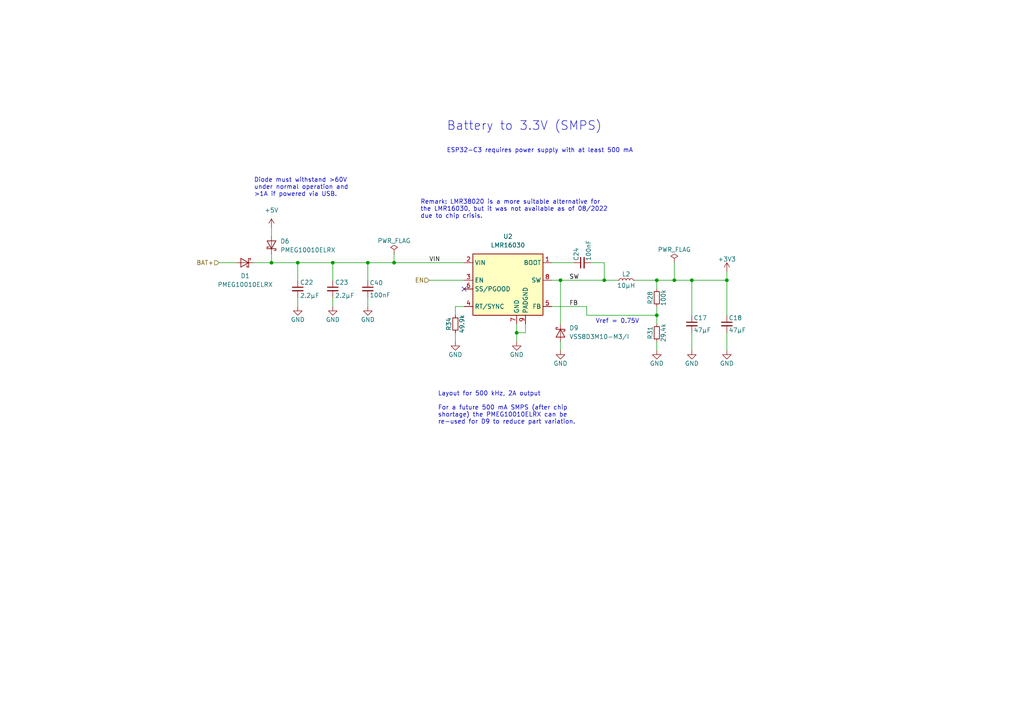
<source format=kicad_sch>
(kicad_sch (version 20211123) (generator eeschema)
  (paper "A4")
  (title_block (title "Libre Solar BMS C1") (date "2022-11-07") (rev "0.3.2") (company "Libre Solar Technologies GmbH") (comment 1 "Website: https://libre.solar") (comment 2 "Author: Martin Jäger") (comment 3 "License: CERN-OHL-W"))
  (lib_symbols
    (symbol "Device:L_Small" (pin_numbers hide) (pin_names (offset 0.254) hide)
      (property "Reference" "L" (at 0.762 1.016 0))
      (property "Value" "L_Small" (at 0.762 -1.016 0))
      (symbol "L_Small_0_1"
        (arc (start 0 -2.032) (mid 0.508 -1.524) (end 0 -1.016))
        (arc (start 0 -1.016) (mid 0.508 -0.508) (end 0 0))
        (arc (start 0 0) (mid 0.508 0.508) (end 0 1.016))
        (arc (start 0 1.016) (mid 0.508 1.524) (end 0 2.032))
      )
      (symbol "L_Small_1_1"
        (pin passive line (at 0 2.54 270) (length 0.508) (name "~") (number "1"))
        (pin passive line (at 0 -2.54 90) (length 0.508) (name "~") (number "2"))
      )
    )
    (symbol "LibreSolar:C" (pin_numbers hide) (pin_names (offset 0.254) hide)
      (property "Reference" "C" (at 0.635 1.905 0))
      (property "Value" "C" (at 0.635 -1.905 0))
      (symbol "C_0_1"
        (polyline (pts (xy -1.524 -0.508) (xy 1.524 -0.508)) (stroke (width 0.3302)))
        (polyline (pts (xy -1.524 0.508) (xy 0 0.508) (xy 1.524 0.508)) (stroke (width 0.3048)))
      )
      (symbol "C_1_1"
        (pin passive line (at 0 2.54 270) (length 1.905) (name "~") (number "1"))
        (pin passive line (at 0 -2.54 90) (length 2.032) (name "~") (number "2"))
      )
    )
    (symbol "LibreSolar:D_Schottky" (pin_numbers hide) (pin_names (offset 0.254) hide)
      (property "Reference" "D" (at 0 2.54 0))
      (property "Value" "D_Schottky" (at 0 -2.54 0))
      (symbol "D_Schottky_0_1"
        (polyline (pts (xy -1.016 -1.27) (xy -1.016 1.27)) (stroke (width 0.2032)))
        (polyline (pts (xy 1.27 0) (xy -1.27 0)))
        (polyline (pts (xy -1.016 -1.27) (xy -1.524 -1.27) (xy -1.524 -0.762)) (stroke (width 0.2032)))
        (polyline (pts (xy -1.016 1.27) (xy -0.508 1.27) (xy -0.508 0.762)) (stroke (width 0.2032)))
        (polyline (pts (xy 1.27 -1.27) (xy -1.016 0) (xy 1.27 1.27) (xy 1.27 -1.27)) (stroke (width 0.2032)))
      )
      (symbol "D_Schottky_1_1"
        (pin passive line (at -2.54 0 0) (length 1.27) (name "K") (number "1"))
        (pin passive line (at 2.54 0 180) (length 1.27) (name "A") (number "2"))
      )
    )
    (symbol "LibreSolar:LMR16030"
      (property "Reference" "U" (at -10.16 8.89 0))
      (property "Value" "LMR16030" (at 10.16 8.89 0))
      (symbol "LMR16030_0_1"
        (rectangle (start -10.16 7.62) (end 10.16 -10.16) (stroke (width 0.254)) (fill (type background)))
      )
      (symbol "LMR16030_1_1"
        (pin input line (at 12.7 5.08 180) (length 2.54) (name "BOOT") (number "1"))
        (pin power_in line (at -12.7 5.08 0) (length 2.54) (name "VIN") (number "2"))
        (pin input line (at -12.7 0 0) (length 2.54) (name "EN") (number "3"))
        (pin input line (at -12.7 -7.62 0) (length 2.54) (name "RT/SYNC") (number "4"))
        (pin input line (at 12.7 -7.62 180) (length 2.54) (name "FB") (number "5"))
        (pin output line (at -12.7 -2.54 0) (length 2.54) (name "SS/PGOOD") (number "6"))
        (pin power_in line (at 2.54 -12.7 90) (length 2.54) (name "GND") (number "7"))
        (pin power_out line (at 12.7 0 180) (length 2.54) (name "SW") (number "8"))
        (pin power_in line (at 5.08 -12.7 90) (length 2.54) (name "PADGND") (number "9"))
      )
    )
    (symbol "LibreSolar:R" (pin_numbers hide) (pin_names (offset 0.254) hide)
      (property "Reference" "R" (at -1.905 0 90))
      (property "Value" "R" (at 1.905 0 90))
      (symbol "R_0_1"
        (rectangle (start -0.762 1.778) (end 0.762 -1.778) (stroke (width 0.2032)))
      )
      (symbol "R_1_1"
        (pin passive line (at 0 2.54 270) (length 0.762) (name "~") (number "1"))
        (pin passive line (at 0 -2.54 90) (length 0.762) (name "~") (number "2"))
      )
    )
    (symbol "power:+3.3V" (power) (pin_names (offset 0))
      (property "Value" "+3.3V" (at 0 3.556 0))
      (symbol "+3.3V_0_1"
        (polyline (pts (xy -0.762 1.27) (xy 0 2.54)))
        (polyline (pts (xy 0 0) (xy 0 2.54)))
        (polyline (pts (xy 0 2.54) (xy 0.762 1.27)))
      )
      (symbol "+3.3V_1_1"
        (pin power_in line (at 0 0 90) (length 0) hide (name "+3V3") (number "1"))
      )
    )
    (symbol "power:+5V" (power) (pin_names (offset 0))
      (property "Value" "+5V" (at 0 3.556 0))
      (symbol "+5V_0_1"
        (polyline (pts (xy -0.762 1.27) (xy 0 2.54)))
        (polyline (pts (xy 0 0) (xy 0 2.54)))
        (polyline (pts (xy 0 2.54) (xy 0.762 1.27)))
      )
      (symbol "+5V_1_1"
        (pin power_in line (at 0 0 90) (length 0) hide (name "+5V") (number "1"))
      )
    )
    (symbol "power:GND" (power) (pin_names (offset 0))
      (property "Value" "GND" (at 0 -3.81 0))
      (symbol "GND_0_1"
        (polyline (pts (xy 0 0) (xy 0 -1.27) (xy 1.27 -1.27) (xy 0 -2.54) (xy -1.27 -1.27) (xy 0 -1.27)))
      )
      (symbol "GND_1_1"
        (pin power_in line (at 0 0 270) (length 0) hide (name "GND") (number "1"))
      )
    )
    (symbol "power:PWR_FLAG" (power) (pin_numbers hide) (pin_names (offset 0) hide)
      (property "Value" "PWR_FLAG" (at 0 3.81 0))
      (symbol "PWR_FLAG_0_0"
        (pin power_out line (at 0 0 90) (length 0) (name "pwr") (number "1"))
      )
      (symbol "PWR_FLAG_0_1"
        (polyline (pts (xy 0 0) (xy 0 1.27) (xy -1.016 1.905) (xy 0 2.54) (xy 1.016 1.905) (xy 0 1.27)))
      )
    )
  )
  (junction (at 149.86 96.52))
  (junction (at 106.68 76.2))
  (junction (at 190.5 81.28) (diameter 0.9144))
  (junction (at 86.36 76.2) (diameter 0.9144))
  (junction (at 195.58 81.28))
  (junction (at 210.82 81.28) (diameter 0.9144))
  (junction (at 96.52 76.2) (diameter 0.9144))
  (junction (at 78.74 76.2))
  (junction (at 162.56 81.28))
  (junction (at 175.26 81.28) (diameter 0.9144))
  (junction (at 190.5 91.44) (diameter 0.9144))
  (junction (at 200.66 81.28) (diameter 0.9144))
  (junction (at 114.3 76.2) (diameter 0.9144))
  (no_connect (at 134.62 83.82))
  (wire (pts (xy 162.56 81.28) (xy 175.26 81.28)))
  (wire (pts (xy 184.15 81.28) (xy 190.5 81.28)))
  (wire (pts (xy 210.82 81.28) (xy 210.82 91.44)))
  (wire (pts (xy 162.56 99.06) (xy 162.56 101.6)))
  (wire (pts (xy 170.18 88.9) (xy 170.18 91.44)))
  (wire (pts (xy 86.36 76.2) (xy 86.36 81.28)))
  (wire (pts (xy 190.5 88.9) (xy 190.5 91.44)))
  (wire (pts (xy 200.66 81.28) (xy 210.82 81.28)))
  (wire (pts (xy 86.36 88.9) (xy 86.36 86.36)))
  (wire (pts (xy 78.74 73.66) (xy 78.74 76.2)))
  (wire (pts (xy 210.82 78.74) (xy 210.82 81.28)))
  (wire (pts (xy 152.4 96.52) (xy 152.4 93.98)))
  (wire (pts (xy 210.82 96.52) (xy 210.82 101.6)))
  (wire (pts (xy 106.68 76.2) (xy 106.68 81.28)))
  (wire (pts (xy 132.08 96.52) (xy 132.08 99.06)))
  (wire (pts (xy 132.08 91.44) (xy 132.08 88.9)))
  (wire (pts (xy 96.52 76.2) (xy 106.68 76.2)))
  (wire (pts (xy 106.68 86.36) (xy 106.68 88.9)))
  (wire (pts (xy 190.5 81.28) (xy 190.5 83.82)))
  (wire (pts (xy 195.58 76.2) (xy 195.58 81.28)))
  (wire (pts (xy 63.5 76.2) (xy 68.58 76.2)))
  (wire (pts (xy 114.3 76.2) (xy 134.62 76.2)))
  (wire (pts (xy 170.18 91.44) (xy 190.5 91.44)))
  (wire (pts (xy 171.45 76.2) (xy 175.26 76.2)))
  (wire (pts (xy 73.66 76.2) (xy 78.74 76.2)))
  (wire (pts (xy 114.3 73.66) (xy 114.3 76.2)))
  (wire (pts (xy 96.52 81.28) (xy 96.52 76.2)))
  (wire (pts (xy 149.86 96.52) (xy 149.86 99.06)))
  (wire (pts (xy 96.52 88.9) (xy 96.52 86.36)))
  (wire (pts (xy 106.68 76.2) (xy 114.3 76.2)))
  (wire (pts (xy 190.5 81.28) (xy 195.58 81.28)))
  (wire (pts (xy 160.02 81.28) (xy 162.56 81.28)))
  (wire (pts (xy 149.86 96.52) (xy 152.4 96.52)))
  (wire (pts (xy 132.08 88.9) (xy 134.62 88.9)))
  (wire (pts (xy 175.26 81.28) (xy 179.07 81.28)))
  (wire (pts (xy 78.74 76.2) (xy 86.36 76.2)))
  (wire (pts (xy 160.02 88.9) (xy 170.18 88.9)))
  (wire (pts (xy 78.74 66.04) (xy 78.74 68.58)))
  (wire (pts (xy 175.26 76.2) (xy 175.26 81.28)))
  (wire (pts (xy 200.66 81.28) (xy 200.66 91.44)))
  (wire (pts (xy 195.58 81.28) (xy 200.66 81.28)))
  (wire (pts (xy 190.5 101.6) (xy 190.5 99.06)))
  (wire (pts (xy 134.62 81.28) (xy 124.46 81.28)))
  (wire (pts (xy 190.5 91.44) (xy 190.5 93.98)))
  (wire (pts (xy 162.56 81.28) (xy 162.56 93.98)))
  (wire (pts (xy 160.02 76.2) (xy 166.37 76.2)))
  (wire (pts (xy 86.36 76.2) (xy 96.52 76.2)))
  (wire (pts (xy 200.66 96.52) (xy 200.66 101.6)))
  (wire (pts (xy 149.86 93.98) (xy 149.86 96.52)))
  (text "ESP32-C3 requires power supply with at least 500 mA" (at 129.54 44.45 0) (effects (font (size 1.27 1.27)) (justify left bottom)))
  (text "Diode must withstand >60V\nunder normal operation and\n>1A if powered via USB." (at 73.66 57.15 0) (effects (font (size 1.27 1.27)) (justify left bottom)))
  (text "Remark: LMR38020 is a more suitable alternative for\nthe LMR16030, but it was not available as of 08/2022\ndue to chip crisis." (at 121.92 63.5 0) (effects (font (size 1.27 1.27)) (justify left bottom)))
  (text "Layout for 500 kHz, 2A output\n\nFor a future 500 mA SMPS (after chip\nshortage) the PMEG10010ELRX can be\nre-used for D9 to reduce part variation." (at 127 123.19 0) (effects (font (size 1.27 1.27)) (justify left bottom)))
  (text "Battery to 3.3V (SMPS)" (at 129.54 38.1 0) (effects (font (size 2.54 2.54)) (justify left bottom)))
  (text "Vref = 0.75V" (at 172.72 93.98 0) (effects (font (size 1.27 1.27)) (justify left bottom)))
  (label "SW" (at 165.1 81.28 0))
  (label "VIN" (at 124.46 76.2 0))
  (label "FB" (at 165.1 88.9 0))
  (hierarchical_label "EN" (shape input) (at 124.46 81.28 180))
  (hierarchical_label "BAT+" (shape input) (at 63.5 76.2 180))
  (symbol (lib_id "power:GND") (at 210.82 101.6 0) (unit 1)
    (property "Reference" "#PWR0121" (effects hide))
    (property "Value" "GND" (at 210.82 105.41 0))
  )
  (symbol (lib_id "power:GND") (at 200.66 101.6 0) (unit 1)
    (property "Reference" "#PWR0122" (effects hide))
    (property "Value" "GND" (at 200.66 105.41 0))
  )
  (symbol (lib_id "power:GND") (at 190.5 101.6 0) (unit 1)
    (property "Reference" "#PWR0123" (effects hide))
    (property "Value" "GND" (at 190.5 105.41 0))
  )
  (symbol (lib_id "power:GND") (at 96.52 88.9 0) (unit 1)
    (property "Reference" "#PWR0125" (effects hide))
    (property "Value" "GND" (at 96.52 92.71 0))
  )
  (symbol (lib_id "power:GND") (at 106.68 88.9 0) (unit 1)
    (property "Reference" "#PWR0126" (effects hide))
    (property "Value" "GND" (at 106.68 92.71 0))
  )
  (symbol (lib_id "power:GND") (at 86.36 88.9 0) (unit 1)
    (property "Reference" "#PWR0127" (effects hide))
    (property "Value" "GND" (at 86.36 92.71 0))
  )
  (symbol (lib_id "LibreSolar:R") (at 190.5 96.52 0) (unit 1)
    (property "Reference" "R31" (at 188.595 96.52 90))
    (property "Value" "29.4k" (at 192.405 96.52 90))
    (property "Footprint" "LibreSolar:R_0603_1608" (effects hide))
    (property "Manufacturer" "any" (effects hide))
    (property "Remarks" "1%" (effects hide))
  )
  (symbol (lib_id "LibreSolar:C") (at 210.82 93.98 0) (unit 1)
    (property "Reference" "C18" (at 211.328 92.202 0) (effects (justify left)))
    (property "Value" "47µF" (at 211.328 95.758 0) (effects (justify left)))
    (property "Footprint" "LibreSolar:C_1210_3225" (effects hide))
    (property "Manufacturer" "Samsung" (effects hide))
    (property "PartNumber" "CL32B476MPJNNNE" (effects hide))
    (property "Remarks" "10V, X5R" (effects hide))
  )
  (symbol (lib_id "LibreSolar:C") (at 200.66 93.98 0) (unit 1)
    (property "Reference" "C17" (at 201.168 92.202 0) (effects (justify left)))
    (property "Value" "47µF" (at 201.168 95.758 0) (effects (justify left)))
    (property "Footprint" "LibreSolar:C_1210_3225" (effects hide))
    (property "Manufacturer" "Samsung" (effects hide))
    (property "PartNumber" "CL32B476MPJNNNE" (effects hide))
    (property "Remarks" "10V, X5R" (effects hide))
  )
  (symbol (lib_id "LibreSolar:R") (at 190.5 86.36 0) (unit 1)
    (property "Reference" "R28" (at 188.595 86.36 90))
    (property "Value" "100k" (at 192.405 86.36 90))
    (property "Footprint" "LibreSolar:R_0603_1608" (effects hide))
    (property "Manufacturer" "any" (effects hide))
    (property "Remarks" "1%" (effects hide))
  )
  (symbol (lib_id "LibreSolar:C") (at 168.91 76.2 90) (unit 1)
    (property "Reference" "C24" (at 167.132 75.692 0) (effects (justify left)))
    (property "Value" "100nF" (at 170.688 75.692 0) (effects (justify left)))
    (property "Footprint" "LibreSolar:C_0603_1608" (effects hide))
    (property "Manufacturer" "any" (effects hide))
    (property "Remarks" "X7R, 100V" (effects hide))
  )
  (symbol (lib_id "LibreSolar:C") (at 96.52 83.82 0) (unit 1)
    (property "Reference" "C23" (at 97.155 81.915 0) (effects (justify left)))
    (property "Value" "2.2µF" (at 97.155 85.725 0) (effects (justify left)))
    (property "Footprint" "LibreSolar:C_1210_3225" (effects hide))
    (property "Remarks" "100V, X7R" (effects hide))
    (property "Manufacturer" "any" (effects hide))
  )
  (symbol (lib_id "Device:L_Small") (at 181.61 81.28 90) (unit 1)
    (property "Reference" "L2" (at 181.61 79.502 90))
    (property "Value" "10µH" (at 181.61 82.804 90))
    (property "Footprint" "LibreSolar:Bourns_SRN8040TA" (effects hide))
    (property "Manufacturer" "Tayo Yuden" (effects hide))
    (property "PartNumber" "NR8040T100M" (effects hide))
    (property "Remarks" "Alternative: Bourns SRN8040TA-100M" (effects hide))
  )
  (symbol (lib_id "power:PWR_FLAG") (at 114.3 73.66 0) (unit 1)
    (property "Reference" "#FLG0101" (effects hide))
    (property "Value" "PWR_FLAG" (at 114.3 69.85 0))
  )
  (symbol (lib_id "LibreSolar:C") (at 86.36 83.82 0) (unit 1)
    (property "Reference" "C22" (at 86.995 81.915 0) (effects (justify left)))
    (property "Value" "2.2µF" (at 86.995 85.725 0) (effects (justify left)))
    (property "Footprint" "LibreSolar:C_1210_3225" (effects hide))
    (property "Manufacturer" "any" (effects hide))
    (property "Remarks" "100V, X7R" (effects hide))
  )
  (symbol (lib_id "power:+3.3V") (at 210.82 78.74 0) (unit 1)
    (property "Reference" "#PWR0144" (effects hide))
    (property "Value" "+3.3V" (at 210.82 75.184 0))
  )
  (symbol (lib_id "LibreSolar:D_Schottky") (at 78.74 71.12 90) (unit 1)
    (property "Reference" "D6" (at 81.28 69.9769 90) (effects (justify right)))
    (property "Value" "PMEG10010ELRX" (at 81.28 72.5169 90) (effects (justify right)))
    (property "Footprint" "LibreSolar:D_SOD-123F" (effects hide))
    (property "Manufacturer" "Nexperia" (effects hide))
    (property "PartNumber" "PMEG10010ELRX" (effects hide))
    (property "Remarks" "Alternative: Nexperia PMEG10030ELPX" (effects hide))
  )
  (symbol (lib_id "power:GND") (at 149.86 99.06 0) (unit 1)
    (property "Reference" "#PWR0128" (effects hide))
    (property "Value" "GND" (at 149.86 102.87 0))
  )
  (symbol (lib_id "power:PWR_FLAG") (at 195.58 76.2 0) (unit 1)
    (property "Reference" "#FLG0102" (effects hide))
    (property "Value" "PWR_FLAG" (at 195.58 72.39 0))
  )
  (symbol (lib_id "LibreSolar:C") (at 106.68 83.82 0) (unit 1)
    (property "Reference" "C40" (at 107.188 82.042 0) (effects (justify left)))
    (property "Value" "100nF" (at 107.188 85.598 0) (effects (justify left)))
    (property "Footprint" "LibreSolar:C_0603_1608" (effects hide))
    (property "Remarks" "X7R, 100V" (effects hide))
    (property "Manufacturer" "any" (effects hide))
  )
  (symbol (lib_id "LibreSolar:D_Schottky") (at 162.56 96.52 270) (unit 1)
    (property "Reference" "D9" (at 165.1 95.1229 90) (effects (justify left)))
    (property "Value" "VSS8D3M10-M3/I" (at 165.1 97.6629 90) (effects (justify left)))
    (property "Footprint" "Diode_SMD:D_SOD-128" (effects hide))
    (property "Manufacturer" "Vishay" (effects hide))
    (property "PartNumber" "VSS8D3M10-M3/I" (effects hide))
    (property "Remarks" "Alternative: Nexperia PMEG10030ELPX" (effects hide))
  )
  (symbol (lib_id "power:GND") (at 132.08 99.06 0) (unit 1)
    (property "Reference" "#PWR0133" (effects hide))
    (property "Value" "GND" (at 132.08 102.87 0))
  )
  (symbol (lib_id "power:GND") (at 162.56 101.6 0) (unit 1)
    (property "Reference" "#PWR05" (effects hide))
    (property "Value" "GND" (at 162.56 105.41 0))
  )
  (symbol (lib_id "LibreSolar:LMR16030") (at 147.32 81.28 0) (unit 1)
    (property "Reference" "U2" (at 147.32 68.58 0))
    (property "Value" "LMR16030" (at 147.32 71.12 0))
    (property "Footprint" "Package_SO:SOIC-8-1EP_3.9x4.9mm_P1.27mm_EP2.29x3mm" (effects hide))
    (property "Datasheet" "https://www.ti.com/lit/ds/symlink/lmr16030.pdf" (effects hide))
    (property "Manufacturer" "Texas Instruments" (effects hide))
    (property "PartNumber" "LMR16030PDDAR" (effects hide))
    (property "Remarks" "Better alternative: LMR38020 (NOT pin-compatible!)" (effects hide))
  )
  (symbol (lib_id "LibreSolar:R") (at 132.08 93.98 0) (unit 1)
    (property "Reference" "R34" (at 130.175 93.98 90))
    (property "Value" "49.9k" (at 133.985 93.98 90))
    (property "Footprint" "LibreSolar:R_0603_1608" (effects hide))
    (property "Manufacturer" "any" (effects hide))
    (property "Remarks" "1%" (effects hide))
  )
  (symbol (lib_id "power:+5V") (at 78.74 66.04 0) (unit 1)
    (property "Reference" "#PWR0143" (effects hide))
    (property "Value" "+5V" (at 78.74 60.96 0))
  )
  (symbol (lib_id "LibreSolar:D_Schottky") (at 71.12 76.2 180) (unit 1)
    (property "Reference" "D1" (at 71.12 80.01 0))
    (property "Value" "PMEG10010ELRX" (at 71.12 82.55 0))
    (property "Footprint" "LibreSolar:D_SOD-123F" (effects hide))
    (property "Manufacturer" "Nexperia" (effects hide))
    (property "PartNumber" "PMEG10010ELRX" (effects hide))
    (property "Remarks" "Alternative: Nexperia PMEG10030ELPX" (effects hide))
  )
)
</source>
